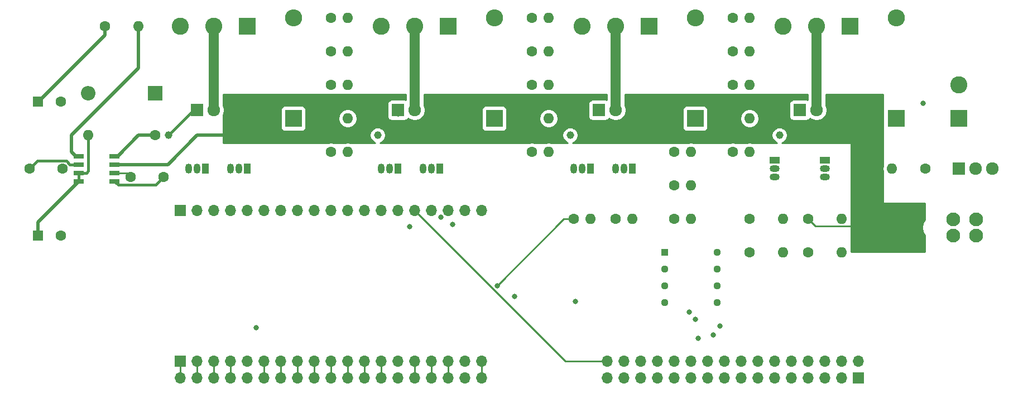
<source format=gbr>
%TF.GenerationSoftware,KiCad,Pcbnew,(5.1.9)-1*%
%TF.CreationDate,2021-10-06T19:54:41-07:00*%
%TF.ProjectId,MakeItRain,4d616b65-4974-4526-9169-6e2e6b696361,rev?*%
%TF.SameCoordinates,Original*%
%TF.FileFunction,Copper,L1,Top*%
%TF.FilePolarity,Positive*%
%FSLAX46Y46*%
G04 Gerber Fmt 4.6, Leading zero omitted, Abs format (unit mm)*
G04 Created by KiCad (PCBNEW (5.1.9)-1) date 2021-10-06 19:54:41*
%MOMM*%
%LPD*%
G01*
G04 APERTURE LIST*
%TA.AperFunction,ComponentPad*%
%ADD10C,1.150000*%
%TD*%
%TA.AperFunction,ComponentPad*%
%ADD11R,1.150000X1.150000*%
%TD*%
%TA.AperFunction,ComponentPad*%
%ADD12O,1.700000X1.700000*%
%TD*%
%TA.AperFunction,ComponentPad*%
%ADD13R,1.700000X1.700000*%
%TD*%
%TA.AperFunction,ComponentPad*%
%ADD14O,1.600000X1.600000*%
%TD*%
%TA.AperFunction,ComponentPad*%
%ADD15C,1.600000*%
%TD*%
%TA.AperFunction,ComponentPad*%
%ADD16C,2.600000*%
%TD*%
%TA.AperFunction,ComponentPad*%
%ADD17R,2.600000X2.600000*%
%TD*%
%TA.AperFunction,ComponentPad*%
%ADD18C,2.100000*%
%TD*%
%TA.AperFunction,ComponentPad*%
%ADD19C,1.920000*%
%TD*%
%TA.AperFunction,ComponentPad*%
%ADD20R,1.920000X1.920000*%
%TD*%
%TA.AperFunction,ComponentPad*%
%ADD21R,1.050000X1.500000*%
%TD*%
%TA.AperFunction,ComponentPad*%
%ADD22O,1.050000X1.500000*%
%TD*%
%TA.AperFunction,ComponentPad*%
%ADD23R,1.500000X1.050000*%
%TD*%
%TA.AperFunction,ComponentPad*%
%ADD24O,1.500000X1.050000*%
%TD*%
%TA.AperFunction,ComponentPad*%
%ADD25C,1.130000*%
%TD*%
%TA.AperFunction,ComponentPad*%
%ADD26R,1.130000X1.130000*%
%TD*%
%TA.AperFunction,SMDPad,CuDef*%
%ADD27R,1.528000X0.650000*%
%TD*%
%TA.AperFunction,ComponentPad*%
%ADD28O,2.200000X2.200000*%
%TD*%
%TA.AperFunction,ComponentPad*%
%ADD29R,2.200000X2.200000*%
%TD*%
%TA.AperFunction,ComponentPad*%
%ADD30O,2.600000X2.600000*%
%TD*%
%TA.AperFunction,ComponentPad*%
%ADD31R,1.600000X1.600000*%
%TD*%
%TA.AperFunction,ViaPad*%
%ADD32C,0.800000*%
%TD*%
%TA.AperFunction,Conductor*%
%ADD33C,0.250000*%
%TD*%
%TA.AperFunction,Conductor*%
%ADD34C,0.381000*%
%TD*%
%TA.AperFunction,Conductor*%
%ADD35C,0.508000*%
%TD*%
%TA.AperFunction,Conductor*%
%ADD36C,1.524000*%
%TD*%
%TA.AperFunction,Conductor*%
%ADD37C,0.254000*%
%TD*%
%TA.AperFunction,Conductor*%
%ADD38C,0.100000*%
%TD*%
G04 APERTURE END LIST*
D10*
%TO.P,Z8,2*%
%TO.N,Net-(Q13-Pad1)*%
X125190000Y-86360000D03*
D11*
%TO.P,Z8,1*%
%TO.N,+VDC*%
X135890000Y-86360000D03*
%TD*%
D10*
%TO.P,Z7,2*%
%TO.N,Net-(Q10-Pad1)*%
X156940000Y-86360000D03*
D11*
%TO.P,Z7,1*%
%TO.N,+VDC*%
X167640000Y-86360000D03*
%TD*%
D10*
%TO.P,Z6,2*%
%TO.N,Net-(Q7-Pad1)*%
X95980000Y-86360000D03*
D11*
%TO.P,Z6,1*%
%TO.N,+VDC*%
X106680000Y-86360000D03*
%TD*%
D10*
%TO.P,Z5,2*%
%TO.N,Net-(Q4-Pad1)*%
X64230000Y-86360000D03*
D11*
%TO.P,Z5,1*%
%TO.N,+VDC*%
X74930000Y-86360000D03*
%TD*%
D12*
%TO.P,J1,32*%
%TO.N,/D2*%
X130810000Y-120650000D03*
%TO.P,J1,31*%
%TO.N,GND*%
X130810000Y-123190000D03*
%TO.P,J1,30*%
%TO.N,/D23*%
X133350000Y-120650000D03*
%TO.P,J1,29*%
%TO.N,GND*%
X133350000Y-123190000D03*
%TO.P,J1,28*%
%TO.N,/D5*%
X135890000Y-120650000D03*
%TO.P,J1,27*%
%TO.N,GND*%
X135890000Y-123190000D03*
%TO.P,J1,26*%
%TO.N,/D15*%
X138430000Y-120650000D03*
%TO.P,J1,25*%
%TO.N,GND*%
X138430000Y-123190000D03*
%TO.P,J1,24*%
%TO.N,/D0*%
X140970000Y-120650000D03*
%TO.P,J1,23*%
%TO.N,GND*%
X140970000Y-123190000D03*
%TO.P,J1,22*%
%TO.N,/D4*%
X143510000Y-120650000D03*
%TO.P,J1,21*%
%TO.N,GND*%
X143510000Y-123190000D03*
%TO.P,J1,20*%
%TO.N,/D16*%
X146050000Y-120650000D03*
%TO.P,J1,19*%
%TO.N,GND*%
X146050000Y-123190000D03*
%TO.P,J1,18*%
%TO.N,/D18*%
X148590000Y-120650000D03*
%TO.P,J1,17*%
%TO.N,/TX*%
X148590000Y-123190000D03*
%TO.P,J1,16*%
%TO.N,/D26*%
X151130000Y-120650000D03*
%TO.P,J1,15*%
%TO.N,/RX*%
X151130000Y-123190000D03*
%TO.P,J1,14*%
%TO.N,/D19*%
X153670000Y-120650000D03*
%TO.P,J1,13*%
%TO.N,/D17*%
X153670000Y-123190000D03*
%TO.P,J1,12*%
%TO.N,/D25*%
X156210000Y-120650000D03*
%TO.P,J1,11*%
%TO.N,+VDC*%
X156210000Y-123190000D03*
%TO.P,J1,10*%
%TO.N,/D21*%
X158750000Y-120650000D03*
%TO.P,J1,9*%
%TO.N,+VDC*%
X158750000Y-123190000D03*
%TO.P,J1,8*%
%TO.N,/D33*%
X161290000Y-120650000D03*
%TO.P,J1,7*%
%TO.N,+VDC*%
X161290000Y-123190000D03*
%TO.P,J1,6*%
%TO.N,/D22*%
X163830000Y-120650000D03*
%TO.P,J1,5*%
%TO.N,+VDC*%
X163830000Y-123190000D03*
%TO.P,J1,4*%
%TO.N,/D32*%
X166370000Y-120650000D03*
%TO.P,J1,3*%
%TO.N,+VDC*%
X166370000Y-123190000D03*
%TO.P,J1,2*%
%TO.N,+3V3*%
X168910000Y-120650000D03*
D13*
%TO.P,J1,1*%
%TO.N,+VDC*%
X168910000Y-123190000D03*
%TD*%
D14*
%TO.P,R2,2*%
%TO.N,GND*%
X157480000Y-99060000D03*
D15*
%TO.P,R2,1*%
%TO.N,/D2*%
X152400000Y-99060000D03*
%TD*%
D16*
%TO.P,Z4,3*%
%TO.N,GND*%
X157480000Y-69850000D03*
%TO.P,Z4,2*%
%TO.N,/Zone4IO/ZoneOutput*%
X162560000Y-69850000D03*
D17*
%TO.P,Z4,1*%
%TO.N,/Zone4IO/ZoneInput*%
X167640000Y-69850000D03*
%TD*%
D16*
%TO.P,Z3,3*%
%TO.N,GND*%
X127000000Y-69850000D03*
%TO.P,Z3,2*%
%TO.N,/Zone3IO/ZoneOutput*%
X132080000Y-69850000D03*
D17*
%TO.P,Z3,1*%
%TO.N,/Zone3IO/ZoneInput*%
X137160000Y-69850000D03*
%TD*%
D16*
%TO.P,Z2,3*%
%TO.N,GND*%
X96520000Y-69850000D03*
%TO.P,Z2,2*%
%TO.N,/Zone2IO/ZoneOutput*%
X101600000Y-69850000D03*
D17*
%TO.P,Z2,1*%
%TO.N,/Zone2IO/ZoneInput*%
X106680000Y-69850000D03*
%TD*%
D16*
%TO.P,Z1,3*%
%TO.N,GND*%
X66040000Y-69850000D03*
%TO.P,Z1,2*%
%TO.N,/Zone1IO/ZoneOutput*%
X71120000Y-69850000D03*
D17*
%TO.P,Z1,1*%
%TO.N,/Zone1IO/ZoneInput*%
X76200000Y-69850000D03*
%TD*%
D18*
%TO.P,U1,8*%
%TO.N,+VDC*%
X173990000Y-99100000D03*
%TO.P,U1,7*%
X177490000Y-99100000D03*
%TO.P,U1,6*%
%TO.N,Net-(Q1-Pad3)*%
X183290000Y-99100000D03*
%TO.P,U1,5*%
X186790000Y-99100000D03*
%TO.P,U1,4*%
X186790000Y-101600000D03*
%TO.P,U1,3*%
X183290000Y-101600000D03*
%TO.P,U1,2*%
%TO.N,+VDC*%
X177490000Y-101600000D03*
%TO.P,U1,1*%
X173990000Y-101600000D03*
%TD*%
D14*
%TO.P,R6,2*%
%TO.N,Net-(IC2-Pad1)*%
X59690000Y-69850000D03*
D15*
%TO.P,R6,1*%
%TO.N,+VDC*%
X54610000Y-69850000D03*
%TD*%
D14*
%TO.P,R26,2*%
%TO.N,Net-(Q12-Pad3)*%
X143510000Y-93980000D03*
D15*
%TO.P,R26,1*%
%TO.N,Net-(Q13-Pad1)*%
X140970000Y-93980000D03*
%TD*%
D14*
%TO.P,R25,2*%
%TO.N,Net-(Q13-Pad1)*%
X143510000Y-88900000D03*
D15*
%TO.P,R25,1*%
%TO.N,+VDC*%
X140970000Y-88900000D03*
%TD*%
D14*
%TO.P,R24,2*%
%TO.N,GND*%
X128270000Y-99060000D03*
D15*
%TO.P,R24,1*%
%TO.N,/D12*%
X125730000Y-99060000D03*
%TD*%
D14*
%TO.P,R21,2*%
%TO.N,Net-(Q9-Pad3)*%
X152400000Y-88900000D03*
D15*
%TO.P,R21,1*%
%TO.N,Net-(Q10-Pad1)*%
X149860000Y-88900000D03*
%TD*%
D14*
%TO.P,R5,2*%
%TO.N,GND*%
X157480000Y-104140000D03*
D15*
%TO.P,R5,1*%
%TO.N,/D4*%
X152400000Y-104140000D03*
%TD*%
D14*
%TO.P,R4,2*%
%TO.N,GND*%
X166370000Y-104140000D03*
D15*
%TO.P,R4,1*%
%TO.N,Net-(IC1-Pad3)*%
X161290000Y-104140000D03*
%TD*%
D14*
%TO.P,R3,2*%
%TO.N,Net-(IC1-Pad3)*%
X166370000Y-99060000D03*
D15*
%TO.P,R3,1*%
%TO.N,+VDC*%
X161290000Y-99060000D03*
%TD*%
D14*
%TO.P,R20,2*%
%TO.N,Net-(Q10-Pad1)*%
X152400000Y-83820000D03*
D15*
%TO.P,R20,1*%
%TO.N,+VDC*%
X149860000Y-83820000D03*
%TD*%
D14*
%TO.P,R19,2*%
%TO.N,GND*%
X152400000Y-78740000D03*
D15*
%TO.P,R19,1*%
%TO.N,/P23*%
X149860000Y-78740000D03*
%TD*%
D14*
%TO.P,R16,2*%
%TO.N,Net-(Q6-Pad3)*%
X121920000Y-88900000D03*
D15*
%TO.P,R16,1*%
%TO.N,Net-(Q7-Pad1)*%
X119380000Y-88900000D03*
%TD*%
D14*
%TO.P,R15,2*%
%TO.N,Net-(Q7-Pad1)*%
X121920000Y-83820000D03*
D15*
%TO.P,R15,1*%
%TO.N,+VDC*%
X119380000Y-83820000D03*
%TD*%
D14*
%TO.P,R18,2*%
%TO.N,GND*%
X152400000Y-73660000D03*
D15*
%TO.P,R18,1*%
%TO.N,/D35*%
X149860000Y-73660000D03*
%TD*%
D14*
%TO.P,R14,2*%
%TO.N,GND*%
X121920000Y-78740000D03*
D15*
%TO.P,R14,1*%
%TO.N,/D14*%
X119380000Y-78740000D03*
%TD*%
D14*
%TO.P,R17,2*%
%TO.N,GND*%
X152400000Y-68580000D03*
D15*
%TO.P,R17,1*%
%TO.N,/Zone4IO/ZoneInput*%
X149860000Y-68580000D03*
%TD*%
D14*
%TO.P,R23,2*%
%TO.N,GND*%
X134620000Y-99060000D03*
D15*
%TO.P,R23,1*%
%TO.N,/D34*%
X132080000Y-99060000D03*
%TD*%
D14*
%TO.P,R11,2*%
%TO.N,Net-(Q3-Pad3)*%
X91440000Y-88900000D03*
D15*
%TO.P,R11,1*%
%TO.N,Net-(Q4-Pad1)*%
X88900000Y-88900000D03*
%TD*%
D14*
%TO.P,R22,2*%
%TO.N,GND*%
X143510000Y-99060000D03*
D15*
%TO.P,R22,1*%
%TO.N,/Zone3IO/ZoneInput*%
X140970000Y-99060000D03*
%TD*%
D14*
%TO.P,R13,2*%
%TO.N,GND*%
X121920000Y-73660000D03*
D15*
%TO.P,R13,1*%
%TO.N,/SVN*%
X119380000Y-73660000D03*
%TD*%
D14*
%TO.P,R10,2*%
%TO.N,Net-(Q4-Pad1)*%
X91440000Y-83820000D03*
D15*
%TO.P,R10,1*%
%TO.N,+VDC*%
X88900000Y-83820000D03*
%TD*%
D14*
%TO.P,R12,2*%
%TO.N,GND*%
X121920000Y-68580000D03*
D15*
%TO.P,R12,1*%
%TO.N,/Zone2IO/ZoneInput*%
X119380000Y-68580000D03*
%TD*%
D14*
%TO.P,R8,2*%
%TO.N,GND*%
X91440000Y-73660000D03*
D15*
%TO.P,R8,1*%
%TO.N,/SVP*%
X88900000Y-73660000D03*
%TD*%
D14*
%TO.P,R9,2*%
%TO.N,GND*%
X91440000Y-78740000D03*
D15*
%TO.P,R9,1*%
%TO.N,/D27*%
X88900000Y-78740000D03*
%TD*%
D14*
%TO.P,R7,2*%
%TO.N,GND*%
X91440000Y-68580000D03*
D15*
%TO.P,R7,1*%
%TO.N,/Zone1IO/ZoneInput*%
X88900000Y-68580000D03*
%TD*%
D14*
%TO.P,R1,2*%
%TO.N,GND*%
X173990000Y-91440000D03*
D15*
%TO.P,R1,1*%
%TO.N,Net-(Q1-Pad1)*%
X179070000Y-91440000D03*
%TD*%
D19*
%TO.P,Q13,3*%
%TO.N,+VDC*%
X134620000Y-82550000D03*
%TO.P,Q13,2*%
%TO.N,/Zone3IO/ZoneOutput*%
X132080000Y-82550000D03*
D20*
%TO.P,Q13,1*%
%TO.N,Net-(Q13-Pad1)*%
X129540000Y-82550000D03*
%TD*%
D21*
%TO.P,Q12,1*%
%TO.N,GND*%
X128270000Y-91440000D03*
D22*
%TO.P,Q12,3*%
%TO.N,Net-(Q12-Pad3)*%
X125730000Y-91440000D03*
%TO.P,Q12,2*%
%TO.N,/D12*%
X127000000Y-91440000D03*
%TD*%
D19*
%TO.P,Q10,3*%
%TO.N,+VDC*%
X165100000Y-82550000D03*
%TO.P,Q10,2*%
%TO.N,/Zone4IO/ZoneOutput*%
X162560000Y-82550000D03*
D20*
%TO.P,Q10,1*%
%TO.N,Net-(Q10-Pad1)*%
X160020000Y-82550000D03*
%TD*%
D23*
%TO.P,Q9,1*%
%TO.N,GND*%
X156210000Y-90170000D03*
D24*
%TO.P,Q9,3*%
%TO.N,Net-(Q9-Pad3)*%
X156210000Y-92710000D03*
%TO.P,Q9,2*%
%TO.N,/P23*%
X156210000Y-91440000D03*
%TD*%
D23*
%TO.P,Q8,1*%
%TO.N,/D35*%
X163830000Y-90170000D03*
D24*
%TO.P,Q8,3*%
%TO.N,+3V3*%
X163830000Y-92710000D03*
%TO.P,Q8,2*%
%TO.N,/Zone4IO/ZoneInput*%
X163830000Y-91440000D03*
%TD*%
D19*
%TO.P,Q7,3*%
%TO.N,+VDC*%
X104140000Y-82550000D03*
%TO.P,Q7,2*%
%TO.N,/Zone2IO/ZoneOutput*%
X101600000Y-82550000D03*
D20*
%TO.P,Q7,1*%
%TO.N,Net-(Q7-Pad1)*%
X99060000Y-82550000D03*
%TD*%
D21*
%TO.P,Q11,1*%
%TO.N,/D34*%
X134620000Y-91440000D03*
D22*
%TO.P,Q11,3*%
%TO.N,+3V3*%
X132080000Y-91440000D03*
%TO.P,Q11,2*%
%TO.N,/Zone3IO/ZoneInput*%
X133350000Y-91440000D03*
%TD*%
D21*
%TO.P,Q6,1*%
%TO.N,GND*%
X105410000Y-91440000D03*
D22*
%TO.P,Q6,3*%
%TO.N,Net-(Q6-Pad3)*%
X102870000Y-91440000D03*
%TO.P,Q6,2*%
%TO.N,/D14*%
X104140000Y-91440000D03*
%TD*%
D21*
%TO.P,Q5,1*%
%TO.N,/SVN*%
X99060000Y-91440000D03*
D22*
%TO.P,Q5,3*%
%TO.N,+3V3*%
X96520000Y-91440000D03*
%TO.P,Q5,2*%
%TO.N,/Zone2IO/ZoneInput*%
X97790000Y-91440000D03*
%TD*%
D19*
%TO.P,Q4,3*%
%TO.N,+VDC*%
X73660000Y-82550000D03*
%TO.P,Q4,2*%
%TO.N,/Zone1IO/ZoneOutput*%
X71120000Y-82550000D03*
D20*
%TO.P,Q4,1*%
%TO.N,Net-(Q4-Pad1)*%
X68580000Y-82550000D03*
%TD*%
D21*
%TO.P,Q2,1*%
%TO.N,/SVP*%
X69850000Y-91440000D03*
D22*
%TO.P,Q2,3*%
%TO.N,+3V3*%
X67310000Y-91440000D03*
%TO.P,Q2,2*%
%TO.N,/Zone1IO/ZoneInput*%
X68580000Y-91440000D03*
%TD*%
D21*
%TO.P,Q3,1*%
%TO.N,GND*%
X76200000Y-91440000D03*
D22*
%TO.P,Q3,3*%
%TO.N,Net-(Q3-Pad3)*%
X73660000Y-91440000D03*
%TO.P,Q3,2*%
%TO.N,/D27*%
X74930000Y-91440000D03*
%TD*%
D19*
%TO.P,Q1,3*%
%TO.N,Net-(Q1-Pad3)*%
X189230000Y-91440000D03*
%TO.P,Q1,2*%
%TO.N,Net-(P1-Pad1)*%
X186690000Y-91440000D03*
D20*
%TO.P,Q1,1*%
%TO.N,Net-(Q1-Pad1)*%
X184150000Y-91440000D03*
%TD*%
D16*
%TO.P,P1,2*%
%TO.N,GND*%
X184150000Y-78740000D03*
D17*
%TO.P,P1,1*%
%TO.N,Net-(P1-Pad1)*%
X184150000Y-83820000D03*
%TD*%
D14*
%TO.P,L1,2*%
%TO.N,+5V*%
X52070000Y-86360000D03*
D15*
%TO.P,L1,1*%
%TO.N,Net-(D1-Pad1)*%
X62230000Y-86360000D03*
%TD*%
D12*
%TO.P,J3,19*%
%TO.N,N/C*%
X111760000Y-97790000D03*
%TO.P,J3,18*%
X109220000Y-97790000D03*
%TO.P,J3,17*%
X106680000Y-97790000D03*
%TO.P,J3,16*%
%TO.N,/D15*%
X104140000Y-97790000D03*
%TO.P,J3,15*%
%TO.N,/D2*%
X101600000Y-97790000D03*
%TO.P,J3,14*%
%TO.N,/D0*%
X99060000Y-97790000D03*
%TO.P,J3,13*%
%TO.N,/D4*%
X96520000Y-97790000D03*
%TO.P,J3,12*%
%TO.N,/D16*%
X93980000Y-97790000D03*
%TO.P,J3,11*%
%TO.N,/D17*%
X91440000Y-97790000D03*
%TO.P,J3,10*%
%TO.N,/D5*%
X88900000Y-97790000D03*
%TO.P,J3,9*%
%TO.N,/D18*%
X86360000Y-97790000D03*
%TO.P,J3,8*%
%TO.N,/D19*%
X83820000Y-97790000D03*
%TO.P,J3,7*%
%TO.N,GND*%
X81280000Y-97790000D03*
%TO.P,J3,6*%
%TO.N,/D21*%
X78740000Y-97790000D03*
%TO.P,J3,5*%
%TO.N,/RX*%
X76200000Y-97790000D03*
%TO.P,J3,4*%
%TO.N,/TX*%
X73660000Y-97790000D03*
%TO.P,J3,3*%
%TO.N,/D22*%
X71120000Y-97790000D03*
%TO.P,J3,2*%
%TO.N,/D23*%
X68580000Y-97790000D03*
D13*
%TO.P,J3,1*%
%TO.N,GND*%
X66040000Y-97790000D03*
%TD*%
D12*
%TO.P,J2,38*%
%TO.N,+5V*%
X111760000Y-123190000D03*
%TO.P,J2,37*%
X111760000Y-120650000D03*
%TO.P,J2,36*%
%TO.N,GND*%
X109220000Y-123190000D03*
%TO.P,J2,35*%
X109220000Y-120650000D03*
%TO.P,J2,34*%
%TO.N,/SD3*%
X106680000Y-123190000D03*
%TO.P,J2,33*%
X106680000Y-120650000D03*
%TO.P,J2,32*%
%TO.N,/SD2*%
X104140000Y-123190000D03*
%TO.P,J2,31*%
X104140000Y-120650000D03*
%TO.P,J2,30*%
%TO.N,/D13*%
X101600000Y-123190000D03*
%TO.P,J2,29*%
X101600000Y-120650000D03*
%TO.P,J2,28*%
%TO.N,GND*%
X99060000Y-123190000D03*
%TO.P,J2,27*%
X99060000Y-120650000D03*
%TO.P,J2,26*%
%TO.N,/D12*%
X96520000Y-123190000D03*
%TO.P,J2,25*%
X96520000Y-120650000D03*
%TO.P,J2,24*%
%TO.N,/D14*%
X93980000Y-123190000D03*
%TO.P,J2,23*%
X93980000Y-120650000D03*
%TO.P,J2,22*%
%TO.N,/D27*%
X91440000Y-123190000D03*
%TO.P,J2,21*%
X91440000Y-120650000D03*
%TO.P,J2,20*%
%TO.N,/D26*%
X88900000Y-123190000D03*
%TO.P,J2,19*%
X88900000Y-120650000D03*
%TO.P,J2,18*%
%TO.N,/D25*%
X86360000Y-123190000D03*
%TO.P,J2,17*%
X86360000Y-120650000D03*
%TO.P,J2,16*%
%TO.N,/D33*%
X83820000Y-123190000D03*
%TO.P,J2,15*%
X83820000Y-120650000D03*
%TO.P,J2,14*%
%TO.N,/D32*%
X81280000Y-123190000D03*
%TO.P,J2,13*%
X81280000Y-120650000D03*
%TO.P,J2,12*%
%TO.N,/D35*%
X78740000Y-123190000D03*
%TO.P,J2,11*%
X78740000Y-120650000D03*
%TO.P,J2,10*%
%TO.N,/D34*%
X76200000Y-123190000D03*
%TO.P,J2,9*%
X76200000Y-120650000D03*
%TO.P,J2,8*%
%TO.N,/SVN*%
X73660000Y-123190000D03*
%TO.P,J2,7*%
X73660000Y-120650000D03*
%TO.P,J2,6*%
%TO.N,/SVP*%
X71120000Y-123190000D03*
%TO.P,J2,5*%
X71120000Y-120650000D03*
%TO.P,J2,4*%
%TO.N,/EN*%
X68580000Y-123190000D03*
%TO.P,J2,3*%
X68580000Y-120650000D03*
%TO.P,J2,2*%
%TO.N,+3V3*%
X66040000Y-123190000D03*
D13*
%TO.P,J2,1*%
X66040000Y-120650000D03*
%TD*%
D25*
%TO.P,IC1,8*%
%TO.N,+3V3*%
X147480000Y-104140000D03*
%TO.P,IC1,7*%
%TO.N,N/C*%
X147480000Y-106680000D03*
%TO.P,IC1,6*%
X147480000Y-109220000D03*
%TO.P,IC1,5*%
X147480000Y-111760000D03*
%TO.P,IC1,4*%
%TO.N,GND*%
X139540000Y-111760000D03*
%TO.P,IC1,3*%
%TO.N,Net-(IC1-Pad3)*%
X139540000Y-109220000D03*
%TO.P,IC1,2*%
%TO.N,/D4*%
X139540000Y-106680000D03*
D26*
%TO.P,IC1,1*%
X139540000Y-104140000D03*
%TD*%
D27*
%TO.P,IC2,8*%
%TO.N,Net-(D1-Pad1)*%
X56051000Y-89535000D03*
%TO.P,IC2,7*%
%TO.N,+VDC*%
X56051000Y-90805000D03*
%TO.P,IC2,6*%
%TO.N,GND*%
X56051000Y-92075000D03*
%TO.P,IC2,5*%
%TO.N,Net-(C2-Pad1)*%
X56051000Y-93345000D03*
%TO.P,IC2,4*%
%TO.N,+5V*%
X50629000Y-93345000D03*
%TO.P,IC2,3*%
X50629000Y-92075000D03*
%TO.P,IC2,2*%
%TO.N,Net-(C1-Pad1)*%
X50629000Y-90805000D03*
%TO.P,IC2,1*%
%TO.N,Net-(IC2-Pad1)*%
X50629000Y-89535000D03*
%TD*%
D28*
%TO.P,D1,2*%
%TO.N,GND*%
X52070000Y-80010000D03*
D29*
%TO.P,D1,1*%
%TO.N,Net-(D1-Pad1)*%
X62230000Y-80010000D03*
%TD*%
D30*
%TO.P,D9,2*%
%TO.N,GND*%
X144145000Y-68580000D03*
D17*
%TO.P,D9,1*%
%TO.N,/Zone3IO/ZoneOutput*%
X144145000Y-83820000D03*
%TD*%
D30*
%TO.P,D7,2*%
%TO.N,GND*%
X174625000Y-68580000D03*
D17*
%TO.P,D7,1*%
%TO.N,/Zone4IO/ZoneOutput*%
X174625000Y-83820000D03*
%TD*%
D30*
%TO.P,D5,2*%
%TO.N,GND*%
X113665000Y-68580000D03*
D17*
%TO.P,D5,1*%
%TO.N,/Zone2IO/ZoneOutput*%
X113665000Y-83820000D03*
%TD*%
D30*
%TO.P,D3,2*%
%TO.N,GND*%
X83185000Y-68580000D03*
D17*
%TO.P,D3,1*%
%TO.N,/Zone1IO/ZoneOutput*%
X83185000Y-83820000D03*
%TD*%
D15*
%TO.P,C4,2*%
%TO.N,GND*%
X47950000Y-101600000D03*
D31*
%TO.P,C4,1*%
%TO.N,+5V*%
X44450000Y-101600000D03*
%TD*%
D15*
%TO.P,C3,2*%
%TO.N,GND*%
X47950000Y-81280000D03*
D31*
%TO.P,C3,1*%
%TO.N,+VDC*%
X44450000Y-81280000D03*
%TD*%
D15*
%TO.P,C2,2*%
%TO.N,GND*%
X58500000Y-92710000D03*
%TO.P,C2,1*%
%TO.N,Net-(C2-Pad1)*%
X63500000Y-92710000D03*
%TD*%
%TO.P,C1,2*%
%TO.N,GND*%
X48180000Y-91440000D03*
%TO.P,C1,1*%
%TO.N,Net-(C1-Pad1)*%
X43180000Y-91440000D03*
%TD*%
D32*
%TO.N,GND*%
X178694800Y-81533500D03*
X105611900Y-98815200D03*
%TO.N,/D12*%
X114087400Y-109174400D03*
%TO.N,/D27*%
X77506800Y-115576300D03*
%TO.N,/D34*%
X100796500Y-100205700D03*
%TO.N,/RX*%
X146898100Y-116686200D03*
%TO.N,/TX*%
X144618200Y-117131900D03*
%TO.N,/D18*%
X144149500Y-114297400D03*
%TO.N,/D19*%
X147867800Y-115280800D03*
%TO.N,/D0*%
X107348100Y-99852900D03*
%TO.N,/D16*%
X143263800Y-113182100D03*
%TO.N,/D17*%
X116787600Y-110829800D03*
%TO.N,/D5*%
X125934900Y-111555100D03*
%TD*%
D33*
%TO.N,GND*%
X58500000Y-92710000D02*
X57865000Y-92075000D01*
X57865000Y-92075000D02*
X56051000Y-92075000D01*
D34*
%TO.N,Net-(C1-Pad1)*%
X50629000Y-90805000D02*
X49306900Y-90805000D01*
X49306900Y-90805000D02*
X48751400Y-90249500D01*
X48751400Y-90249500D02*
X44370500Y-90249500D01*
X44370500Y-90249500D02*
X43180000Y-91440000D01*
%TO.N,Net-(C2-Pad1)*%
X56051000Y-93345000D02*
X56606500Y-93900500D01*
X56606500Y-93900500D02*
X62309500Y-93900500D01*
X62309500Y-93900500D02*
X63500000Y-92710000D01*
D35*
%TO.N,+VDC*%
X54610000Y-69850000D02*
X54610000Y-71197800D01*
X54610000Y-71197800D02*
X44527800Y-81280000D01*
X44527800Y-81280000D02*
X44450000Y-81280000D01*
X68580000Y-86360000D02*
X64135000Y-90805000D01*
X74930000Y-86360000D02*
X68580000Y-86360000D01*
X56051000Y-90805000D02*
X64135000Y-90805000D01*
D36*
X165100000Y-82550000D02*
X165100000Y-83820000D01*
D33*
X172904999Y-100185001D02*
X173990000Y-99100000D01*
X162415001Y-100185001D02*
X172904999Y-100185001D01*
X161290000Y-99060000D02*
X162415001Y-100185001D01*
%TO.N,+5V*%
X111760000Y-120650000D02*
X111760000Y-123190000D01*
D35*
X44450000Y-101600000D02*
X44450000Y-99524000D01*
X44450000Y-99524000D02*
X50629000Y-93345000D01*
D34*
X50629000Y-92075000D02*
X51774000Y-92075000D01*
X51774000Y-92075000D02*
X52070000Y-91779000D01*
X52070000Y-91779000D02*
X52070000Y-86360000D01*
X50629000Y-92075000D02*
X50629000Y-93345000D01*
D36*
%TO.N,/Zone1IO/ZoneOutput*%
X71120000Y-82550000D02*
X71120000Y-69850000D01*
%TO.N,/Zone2IO/ZoneOutput*%
X101600000Y-82550000D02*
X101600000Y-69850000D01*
%TO.N,/Zone4IO/ZoneOutput*%
X162560000Y-82550000D02*
X162560000Y-69850000D01*
%TO.N,/Zone3IO/ZoneOutput*%
X132080000Y-82550000D02*
X132080000Y-69850000D01*
D33*
%TO.N,+3V3*%
X66040000Y-120650000D02*
X66040000Y-123190000D01*
%TO.N,/SD3*%
X106680000Y-120650000D02*
X106680000Y-123190000D01*
%TO.N,/SD2*%
X104140000Y-120650000D02*
X104140000Y-123190000D01*
%TO.N,/D13*%
X101600000Y-120650000D02*
X101600000Y-123190000D01*
%TO.N,/D12*%
X125730000Y-99060000D02*
X124201800Y-99060000D01*
X124201800Y-99060000D02*
X114087400Y-109174400D01*
X96520000Y-120650000D02*
X96520000Y-123190000D01*
%TO.N,/D14*%
X93980000Y-120650000D02*
X93980000Y-123190000D01*
%TO.N,/D27*%
X91440000Y-120650000D02*
X91440000Y-123190000D01*
%TO.N,/D26*%
X88900000Y-120650000D02*
X88900000Y-123190000D01*
%TO.N,/D25*%
X86360000Y-120650000D02*
X86360000Y-123190000D01*
%TO.N,/D33*%
X83820000Y-120650000D02*
X83820000Y-123190000D01*
%TO.N,/D32*%
X81280000Y-120650000D02*
X81280000Y-123190000D01*
%TO.N,/D35*%
X78740000Y-120650000D02*
X78740000Y-123190000D01*
%TO.N,/SVN*%
X73660000Y-120650000D02*
X73660000Y-123190000D01*
%TO.N,/SVP*%
X71120000Y-120650000D02*
X71120000Y-123190000D01*
%TO.N,/EN*%
X68580000Y-120650000D02*
X68580000Y-123190000D01*
D35*
%TO.N,Net-(D1-Pad1)*%
X56051000Y-89535000D02*
X56515000Y-89535000D01*
X56515000Y-89535000D02*
X59690000Y-86360000D01*
X59690000Y-86360000D02*
X62230000Y-86360000D01*
%TO.N,Net-(IC2-Pad1)*%
X50629000Y-89535000D02*
X50165000Y-89535000D01*
X50165000Y-89535000D02*
X49530000Y-88900000D01*
X49530000Y-88900000D02*
X49530000Y-86360000D01*
X49530000Y-86360000D02*
X59690000Y-76200000D01*
X59690000Y-76200000D02*
X59690000Y-69850000D01*
D34*
%TO.N,Net-(Q4-Pad1)*%
X68580000Y-82550000D02*
X68040000Y-82550000D01*
X68040000Y-82550000D02*
X64230000Y-86360000D01*
%TO.N,Net-(Q7-Pad1)*%
X99060000Y-83280000D02*
X99060000Y-82550000D01*
%TO.N,Net-(Q13-Pad1)*%
X129000000Y-82550000D02*
X129540000Y-82550000D01*
D33*
%TO.N,/D2*%
X124460000Y-120650000D02*
X130810000Y-120650000D01*
X101600000Y-97790000D02*
X124460000Y-120650000D01*
%TD*%
D37*
%TO.N,+VDC*%
X88758665Y-80175000D02*
X89041335Y-80175000D01*
X89232371Y-80137000D01*
X91107629Y-80137000D01*
X91298665Y-80175000D01*
X91581335Y-80175000D01*
X91772371Y-80137000D01*
X100203000Y-80137000D01*
X100203000Y-80981939D01*
X100144482Y-80964188D01*
X100020000Y-80951928D01*
X98100000Y-80951928D01*
X97975518Y-80964188D01*
X97855820Y-81000498D01*
X97745506Y-81059463D01*
X97648815Y-81138815D01*
X97569463Y-81235506D01*
X97510498Y-81345820D01*
X97474188Y-81465518D01*
X97461928Y-81590000D01*
X97461928Y-83510000D01*
X97474188Y-83634482D01*
X97510498Y-83754180D01*
X97569463Y-83864494D01*
X97648815Y-83961185D01*
X97745506Y-84040537D01*
X97855820Y-84099502D01*
X97975518Y-84135812D01*
X98100000Y-84148072D01*
X100020000Y-84148072D01*
X100144482Y-84135812D01*
X100264180Y-84099502D01*
X100374494Y-84040537D01*
X100471185Y-83961185D01*
X100550537Y-83864494D01*
X100588911Y-83792703D01*
X100844484Y-83963471D01*
X101134756Y-84083706D01*
X101442906Y-84145000D01*
X101757094Y-84145000D01*
X102065244Y-84083706D01*
X102355516Y-83963471D01*
X102616754Y-83788918D01*
X102838918Y-83566754D01*
X103013471Y-83305516D01*
X103133706Y-83015244D01*
X103195000Y-82707094D01*
X103195000Y-82520000D01*
X111726928Y-82520000D01*
X111726928Y-85120000D01*
X111739188Y-85244482D01*
X111775498Y-85364180D01*
X111834463Y-85474494D01*
X111913815Y-85571185D01*
X112010506Y-85650537D01*
X112120820Y-85709502D01*
X112240518Y-85745812D01*
X112365000Y-85758072D01*
X114965000Y-85758072D01*
X115089482Y-85745812D01*
X115209180Y-85709502D01*
X115319494Y-85650537D01*
X115416185Y-85571185D01*
X115495537Y-85474494D01*
X115554502Y-85364180D01*
X115590812Y-85244482D01*
X115603072Y-85120000D01*
X115603072Y-83678665D01*
X120485000Y-83678665D01*
X120485000Y-83961335D01*
X120540147Y-84238574D01*
X120648320Y-84499727D01*
X120805363Y-84734759D01*
X121005241Y-84934637D01*
X121240273Y-85091680D01*
X121501426Y-85199853D01*
X121778665Y-85255000D01*
X122061335Y-85255000D01*
X122338574Y-85199853D01*
X122599727Y-85091680D01*
X122834759Y-84934637D01*
X123034637Y-84734759D01*
X123191680Y-84499727D01*
X123299853Y-84238574D01*
X123355000Y-83961335D01*
X123355000Y-83678665D01*
X123299853Y-83401426D01*
X123191680Y-83140273D01*
X123034637Y-82905241D01*
X122834759Y-82705363D01*
X122599727Y-82548320D01*
X122338574Y-82440147D01*
X122061335Y-82385000D01*
X121778665Y-82385000D01*
X121501426Y-82440147D01*
X121240273Y-82548320D01*
X121005241Y-82705363D01*
X120805363Y-82905241D01*
X120648320Y-83140273D01*
X120540147Y-83401426D01*
X120485000Y-83678665D01*
X115603072Y-83678665D01*
X115603072Y-82520000D01*
X115590812Y-82395518D01*
X115554502Y-82275820D01*
X115495537Y-82165506D01*
X115416185Y-82068815D01*
X115319494Y-81989463D01*
X115209180Y-81930498D01*
X115089482Y-81894188D01*
X114965000Y-81881928D01*
X112365000Y-81881928D01*
X112240518Y-81894188D01*
X112120820Y-81930498D01*
X112010506Y-81989463D01*
X111913815Y-82068815D01*
X111834463Y-82165506D01*
X111775498Y-82275820D01*
X111739188Y-82395518D01*
X111726928Y-82520000D01*
X103195000Y-82520000D01*
X103195000Y-82392906D01*
X103133706Y-82084756D01*
X103013471Y-81794484D01*
X102997000Y-81769833D01*
X102997000Y-80137000D01*
X119047629Y-80137000D01*
X119238665Y-80175000D01*
X119521335Y-80175000D01*
X119712371Y-80137000D01*
X121587629Y-80137000D01*
X121778665Y-80175000D01*
X122061335Y-80175000D01*
X122252371Y-80137000D01*
X130683000Y-80137000D01*
X130683000Y-80981939D01*
X130624482Y-80964188D01*
X130500000Y-80951928D01*
X128580000Y-80951928D01*
X128455518Y-80964188D01*
X128335820Y-81000498D01*
X128225506Y-81059463D01*
X128128815Y-81138815D01*
X128049463Y-81235506D01*
X127990498Y-81345820D01*
X127954188Y-81465518D01*
X127941928Y-81590000D01*
X127941928Y-83510000D01*
X127954188Y-83634482D01*
X127990498Y-83754180D01*
X128049463Y-83864494D01*
X128128815Y-83961185D01*
X128225506Y-84040537D01*
X128335820Y-84099502D01*
X128455518Y-84135812D01*
X128580000Y-84148072D01*
X130500000Y-84148072D01*
X130624482Y-84135812D01*
X130744180Y-84099502D01*
X130854494Y-84040537D01*
X130951185Y-83961185D01*
X131030537Y-83864494D01*
X131068911Y-83792703D01*
X131324484Y-83963471D01*
X131614756Y-84083706D01*
X131922906Y-84145000D01*
X132237094Y-84145000D01*
X132545244Y-84083706D01*
X132835516Y-83963471D01*
X133096754Y-83788918D01*
X133318918Y-83566754D01*
X133493471Y-83305516D01*
X133613706Y-83015244D01*
X133675000Y-82707094D01*
X133675000Y-82520000D01*
X142206928Y-82520000D01*
X142206928Y-85120000D01*
X142219188Y-85244482D01*
X142255498Y-85364180D01*
X142314463Y-85474494D01*
X142393815Y-85571185D01*
X142490506Y-85650537D01*
X142600820Y-85709502D01*
X142720518Y-85745812D01*
X142845000Y-85758072D01*
X145445000Y-85758072D01*
X145569482Y-85745812D01*
X145689180Y-85709502D01*
X145799494Y-85650537D01*
X145896185Y-85571185D01*
X145975537Y-85474494D01*
X146034502Y-85364180D01*
X146070812Y-85244482D01*
X146083072Y-85120000D01*
X146083072Y-83678665D01*
X150965000Y-83678665D01*
X150965000Y-83961335D01*
X151020147Y-84238574D01*
X151128320Y-84499727D01*
X151285363Y-84734759D01*
X151485241Y-84934637D01*
X151720273Y-85091680D01*
X151981426Y-85199853D01*
X152258665Y-85255000D01*
X152541335Y-85255000D01*
X152818574Y-85199853D01*
X153079727Y-85091680D01*
X153314759Y-84934637D01*
X153514637Y-84734759D01*
X153671680Y-84499727D01*
X153779853Y-84238574D01*
X153835000Y-83961335D01*
X153835000Y-83678665D01*
X153779853Y-83401426D01*
X153671680Y-83140273D01*
X153514637Y-82905241D01*
X153314759Y-82705363D01*
X153079727Y-82548320D01*
X152818574Y-82440147D01*
X152541335Y-82385000D01*
X152258665Y-82385000D01*
X151981426Y-82440147D01*
X151720273Y-82548320D01*
X151485241Y-82705363D01*
X151285363Y-82905241D01*
X151128320Y-83140273D01*
X151020147Y-83401426D01*
X150965000Y-83678665D01*
X146083072Y-83678665D01*
X146083072Y-82520000D01*
X146070812Y-82395518D01*
X146034502Y-82275820D01*
X145975537Y-82165506D01*
X145896185Y-82068815D01*
X145799494Y-81989463D01*
X145689180Y-81930498D01*
X145569482Y-81894188D01*
X145445000Y-81881928D01*
X142845000Y-81881928D01*
X142720518Y-81894188D01*
X142600820Y-81930498D01*
X142490506Y-81989463D01*
X142393815Y-82068815D01*
X142314463Y-82165506D01*
X142255498Y-82275820D01*
X142219188Y-82395518D01*
X142206928Y-82520000D01*
X133675000Y-82520000D01*
X133675000Y-82392906D01*
X133613706Y-82084756D01*
X133493471Y-81794484D01*
X133477000Y-81769833D01*
X133477000Y-80137000D01*
X149527629Y-80137000D01*
X149718665Y-80175000D01*
X150001335Y-80175000D01*
X150192371Y-80137000D01*
X152067629Y-80137000D01*
X152258665Y-80175000D01*
X152541335Y-80175000D01*
X152732371Y-80137000D01*
X161163000Y-80137000D01*
X161163000Y-80981939D01*
X161104482Y-80964188D01*
X160980000Y-80951928D01*
X159060000Y-80951928D01*
X158935518Y-80964188D01*
X158815820Y-81000498D01*
X158705506Y-81059463D01*
X158608815Y-81138815D01*
X158529463Y-81235506D01*
X158470498Y-81345820D01*
X158434188Y-81465518D01*
X158421928Y-81590000D01*
X158421928Y-83510000D01*
X158434188Y-83634482D01*
X158470498Y-83754180D01*
X158529463Y-83864494D01*
X158608815Y-83961185D01*
X158705506Y-84040537D01*
X158815820Y-84099502D01*
X158935518Y-84135812D01*
X159060000Y-84148072D01*
X160980000Y-84148072D01*
X161104482Y-84135812D01*
X161224180Y-84099502D01*
X161334494Y-84040537D01*
X161431185Y-83961185D01*
X161510537Y-83864494D01*
X161548911Y-83792703D01*
X161804484Y-83963471D01*
X162094756Y-84083706D01*
X162402906Y-84145000D01*
X162717094Y-84145000D01*
X163025244Y-84083706D01*
X163315516Y-83963471D01*
X163576754Y-83788918D01*
X163798918Y-83566754D01*
X163973471Y-83305516D01*
X164093706Y-83015244D01*
X164155000Y-82707094D01*
X164155000Y-82392906D01*
X164093706Y-82084756D01*
X163973471Y-81794484D01*
X163957000Y-81769833D01*
X163957000Y-80137000D01*
X172593000Y-80137000D01*
X172593000Y-91107629D01*
X172555000Y-91298665D01*
X172555000Y-91581335D01*
X172593000Y-91772371D01*
X172593000Y-96520000D01*
X172595440Y-96544776D01*
X172602667Y-96568601D01*
X172614403Y-96590557D01*
X172630197Y-96609803D01*
X172649443Y-96625597D01*
X172671399Y-96637333D01*
X172695224Y-96644560D01*
X172720000Y-96647000D01*
X178943000Y-96647000D01*
X178943000Y-99212675D01*
X178763844Y-99480801D01*
X178625518Y-99814750D01*
X178555000Y-100169268D01*
X178555000Y-100530732D01*
X178625518Y-100885250D01*
X178763844Y-101219199D01*
X178943000Y-101487325D01*
X178943000Y-104013000D01*
X167805000Y-104013000D01*
X167805000Y-103998665D01*
X167767000Y-103807629D01*
X167767000Y-99392371D01*
X167805000Y-99201335D01*
X167805000Y-98918665D01*
X167767000Y-98727629D01*
X167767000Y-87630000D01*
X167764560Y-87605224D01*
X167757333Y-87581399D01*
X167745597Y-87559443D01*
X167729803Y-87540197D01*
X167710557Y-87524403D01*
X167688601Y-87512667D01*
X167664776Y-87505440D01*
X167640000Y-87503000D01*
X157342437Y-87503000D01*
X157513150Y-87432288D01*
X157711330Y-87299869D01*
X157879869Y-87131330D01*
X158012288Y-86933150D01*
X158103501Y-86712944D01*
X158150000Y-86479175D01*
X158150000Y-86240825D01*
X158103501Y-86007056D01*
X158012288Y-85786850D01*
X157879869Y-85588670D01*
X157711330Y-85420131D01*
X157513150Y-85287712D01*
X157292944Y-85196499D01*
X157059175Y-85150000D01*
X156820825Y-85150000D01*
X156587056Y-85196499D01*
X156366850Y-85287712D01*
X156168670Y-85420131D01*
X156000131Y-85588670D01*
X155867712Y-85786850D01*
X155776499Y-86007056D01*
X155730000Y-86240825D01*
X155730000Y-86479175D01*
X155776499Y-86712944D01*
X155867712Y-86933150D01*
X156000131Y-87131330D01*
X156168670Y-87299869D01*
X156366850Y-87432288D01*
X156537563Y-87503000D01*
X152732371Y-87503000D01*
X152541335Y-87465000D01*
X152258665Y-87465000D01*
X152067629Y-87503000D01*
X150192371Y-87503000D01*
X150001335Y-87465000D01*
X149718665Y-87465000D01*
X149527629Y-87503000D01*
X143842371Y-87503000D01*
X143651335Y-87465000D01*
X143368665Y-87465000D01*
X143177629Y-87503000D01*
X125592437Y-87503000D01*
X125763150Y-87432288D01*
X125961330Y-87299869D01*
X126129869Y-87131330D01*
X126262288Y-86933150D01*
X126353501Y-86712944D01*
X126400000Y-86479175D01*
X126400000Y-86240825D01*
X126353501Y-86007056D01*
X126262288Y-85786850D01*
X126129869Y-85588670D01*
X125961330Y-85420131D01*
X125763150Y-85287712D01*
X125542944Y-85196499D01*
X125309175Y-85150000D01*
X125070825Y-85150000D01*
X124837056Y-85196499D01*
X124616850Y-85287712D01*
X124418670Y-85420131D01*
X124250131Y-85588670D01*
X124117712Y-85786850D01*
X124026499Y-86007056D01*
X123980000Y-86240825D01*
X123980000Y-86479175D01*
X124026499Y-86712944D01*
X124117712Y-86933150D01*
X124250131Y-87131330D01*
X124418670Y-87299869D01*
X124616850Y-87432288D01*
X124787563Y-87503000D01*
X122252371Y-87503000D01*
X122061335Y-87465000D01*
X121778665Y-87465000D01*
X121587629Y-87503000D01*
X119712371Y-87503000D01*
X119521335Y-87465000D01*
X119238665Y-87465000D01*
X119047629Y-87503000D01*
X96382437Y-87503000D01*
X96553150Y-87432288D01*
X96751330Y-87299869D01*
X96919869Y-87131330D01*
X97052288Y-86933150D01*
X97143501Y-86712944D01*
X97190000Y-86479175D01*
X97190000Y-86240825D01*
X97143501Y-86007056D01*
X97052288Y-85786850D01*
X96919869Y-85588670D01*
X96751330Y-85420131D01*
X96553150Y-85287712D01*
X96332944Y-85196499D01*
X96099175Y-85150000D01*
X95860825Y-85150000D01*
X95627056Y-85196499D01*
X95406850Y-85287712D01*
X95208670Y-85420131D01*
X95040131Y-85588670D01*
X94907712Y-85786850D01*
X94816499Y-86007056D01*
X94770000Y-86240825D01*
X94770000Y-86479175D01*
X94816499Y-86712944D01*
X94907712Y-86933150D01*
X95040131Y-87131330D01*
X95208670Y-87299869D01*
X95406850Y-87432288D01*
X95577563Y-87503000D01*
X91772371Y-87503000D01*
X91581335Y-87465000D01*
X91298665Y-87465000D01*
X91107629Y-87503000D01*
X89232371Y-87503000D01*
X89041335Y-87465000D01*
X88758665Y-87465000D01*
X88567629Y-87503000D01*
X72517000Y-87503000D01*
X72517000Y-83330167D01*
X72533471Y-83305516D01*
X72653706Y-83015244D01*
X72715000Y-82707094D01*
X72715000Y-82520000D01*
X81246928Y-82520000D01*
X81246928Y-85120000D01*
X81259188Y-85244482D01*
X81295498Y-85364180D01*
X81354463Y-85474494D01*
X81433815Y-85571185D01*
X81530506Y-85650537D01*
X81640820Y-85709502D01*
X81760518Y-85745812D01*
X81885000Y-85758072D01*
X84485000Y-85758072D01*
X84609482Y-85745812D01*
X84729180Y-85709502D01*
X84839494Y-85650537D01*
X84936185Y-85571185D01*
X85015537Y-85474494D01*
X85074502Y-85364180D01*
X85110812Y-85244482D01*
X85123072Y-85120000D01*
X85123072Y-83678665D01*
X90005000Y-83678665D01*
X90005000Y-83961335D01*
X90060147Y-84238574D01*
X90168320Y-84499727D01*
X90325363Y-84734759D01*
X90525241Y-84934637D01*
X90760273Y-85091680D01*
X91021426Y-85199853D01*
X91298665Y-85255000D01*
X91581335Y-85255000D01*
X91858574Y-85199853D01*
X92119727Y-85091680D01*
X92354759Y-84934637D01*
X92554637Y-84734759D01*
X92711680Y-84499727D01*
X92819853Y-84238574D01*
X92875000Y-83961335D01*
X92875000Y-83678665D01*
X92819853Y-83401426D01*
X92711680Y-83140273D01*
X92554637Y-82905241D01*
X92354759Y-82705363D01*
X92119727Y-82548320D01*
X91858574Y-82440147D01*
X91581335Y-82385000D01*
X91298665Y-82385000D01*
X91021426Y-82440147D01*
X90760273Y-82548320D01*
X90525241Y-82705363D01*
X90325363Y-82905241D01*
X90168320Y-83140273D01*
X90060147Y-83401426D01*
X90005000Y-83678665D01*
X85123072Y-83678665D01*
X85123072Y-82520000D01*
X85110812Y-82395518D01*
X85074502Y-82275820D01*
X85015537Y-82165506D01*
X84936185Y-82068815D01*
X84839494Y-81989463D01*
X84729180Y-81930498D01*
X84609482Y-81894188D01*
X84485000Y-81881928D01*
X81885000Y-81881928D01*
X81760518Y-81894188D01*
X81640820Y-81930498D01*
X81530506Y-81989463D01*
X81433815Y-82068815D01*
X81354463Y-82165506D01*
X81295498Y-82275820D01*
X81259188Y-82395518D01*
X81246928Y-82520000D01*
X72715000Y-82520000D01*
X72715000Y-82392906D01*
X72653706Y-82084756D01*
X72533471Y-81794484D01*
X72517000Y-81769833D01*
X72517000Y-80137000D01*
X88567629Y-80137000D01*
X88758665Y-80175000D01*
%TA.AperFunction,Conductor*%
D38*
G36*
X88758665Y-80175000D02*
G01*
X89041335Y-80175000D01*
X89232371Y-80137000D01*
X91107629Y-80137000D01*
X91298665Y-80175000D01*
X91581335Y-80175000D01*
X91772371Y-80137000D01*
X100203000Y-80137000D01*
X100203000Y-80981939D01*
X100144482Y-80964188D01*
X100020000Y-80951928D01*
X98100000Y-80951928D01*
X97975518Y-80964188D01*
X97855820Y-81000498D01*
X97745506Y-81059463D01*
X97648815Y-81138815D01*
X97569463Y-81235506D01*
X97510498Y-81345820D01*
X97474188Y-81465518D01*
X97461928Y-81590000D01*
X97461928Y-83510000D01*
X97474188Y-83634482D01*
X97510498Y-83754180D01*
X97569463Y-83864494D01*
X97648815Y-83961185D01*
X97745506Y-84040537D01*
X97855820Y-84099502D01*
X97975518Y-84135812D01*
X98100000Y-84148072D01*
X100020000Y-84148072D01*
X100144482Y-84135812D01*
X100264180Y-84099502D01*
X100374494Y-84040537D01*
X100471185Y-83961185D01*
X100550537Y-83864494D01*
X100588911Y-83792703D01*
X100844484Y-83963471D01*
X101134756Y-84083706D01*
X101442906Y-84145000D01*
X101757094Y-84145000D01*
X102065244Y-84083706D01*
X102355516Y-83963471D01*
X102616754Y-83788918D01*
X102838918Y-83566754D01*
X103013471Y-83305516D01*
X103133706Y-83015244D01*
X103195000Y-82707094D01*
X103195000Y-82520000D01*
X111726928Y-82520000D01*
X111726928Y-85120000D01*
X111739188Y-85244482D01*
X111775498Y-85364180D01*
X111834463Y-85474494D01*
X111913815Y-85571185D01*
X112010506Y-85650537D01*
X112120820Y-85709502D01*
X112240518Y-85745812D01*
X112365000Y-85758072D01*
X114965000Y-85758072D01*
X115089482Y-85745812D01*
X115209180Y-85709502D01*
X115319494Y-85650537D01*
X115416185Y-85571185D01*
X115495537Y-85474494D01*
X115554502Y-85364180D01*
X115590812Y-85244482D01*
X115603072Y-85120000D01*
X115603072Y-83678665D01*
X120485000Y-83678665D01*
X120485000Y-83961335D01*
X120540147Y-84238574D01*
X120648320Y-84499727D01*
X120805363Y-84734759D01*
X121005241Y-84934637D01*
X121240273Y-85091680D01*
X121501426Y-85199853D01*
X121778665Y-85255000D01*
X122061335Y-85255000D01*
X122338574Y-85199853D01*
X122599727Y-85091680D01*
X122834759Y-84934637D01*
X123034637Y-84734759D01*
X123191680Y-84499727D01*
X123299853Y-84238574D01*
X123355000Y-83961335D01*
X123355000Y-83678665D01*
X123299853Y-83401426D01*
X123191680Y-83140273D01*
X123034637Y-82905241D01*
X122834759Y-82705363D01*
X122599727Y-82548320D01*
X122338574Y-82440147D01*
X122061335Y-82385000D01*
X121778665Y-82385000D01*
X121501426Y-82440147D01*
X121240273Y-82548320D01*
X121005241Y-82705363D01*
X120805363Y-82905241D01*
X120648320Y-83140273D01*
X120540147Y-83401426D01*
X120485000Y-83678665D01*
X115603072Y-83678665D01*
X115603072Y-82520000D01*
X115590812Y-82395518D01*
X115554502Y-82275820D01*
X115495537Y-82165506D01*
X115416185Y-82068815D01*
X115319494Y-81989463D01*
X115209180Y-81930498D01*
X115089482Y-81894188D01*
X114965000Y-81881928D01*
X112365000Y-81881928D01*
X112240518Y-81894188D01*
X112120820Y-81930498D01*
X112010506Y-81989463D01*
X111913815Y-82068815D01*
X111834463Y-82165506D01*
X111775498Y-82275820D01*
X111739188Y-82395518D01*
X111726928Y-82520000D01*
X103195000Y-82520000D01*
X103195000Y-82392906D01*
X103133706Y-82084756D01*
X103013471Y-81794484D01*
X102997000Y-81769833D01*
X102997000Y-80137000D01*
X119047629Y-80137000D01*
X119238665Y-80175000D01*
X119521335Y-80175000D01*
X119712371Y-80137000D01*
X121587629Y-80137000D01*
X121778665Y-80175000D01*
X122061335Y-80175000D01*
X122252371Y-80137000D01*
X130683000Y-80137000D01*
X130683000Y-80981939D01*
X130624482Y-80964188D01*
X130500000Y-80951928D01*
X128580000Y-80951928D01*
X128455518Y-80964188D01*
X128335820Y-81000498D01*
X128225506Y-81059463D01*
X128128815Y-81138815D01*
X128049463Y-81235506D01*
X127990498Y-81345820D01*
X127954188Y-81465518D01*
X127941928Y-81590000D01*
X127941928Y-83510000D01*
X127954188Y-83634482D01*
X127990498Y-83754180D01*
X128049463Y-83864494D01*
X128128815Y-83961185D01*
X128225506Y-84040537D01*
X128335820Y-84099502D01*
X128455518Y-84135812D01*
X128580000Y-84148072D01*
X130500000Y-84148072D01*
X130624482Y-84135812D01*
X130744180Y-84099502D01*
X130854494Y-84040537D01*
X130951185Y-83961185D01*
X131030537Y-83864494D01*
X131068911Y-83792703D01*
X131324484Y-83963471D01*
X131614756Y-84083706D01*
X131922906Y-84145000D01*
X132237094Y-84145000D01*
X132545244Y-84083706D01*
X132835516Y-83963471D01*
X133096754Y-83788918D01*
X133318918Y-83566754D01*
X133493471Y-83305516D01*
X133613706Y-83015244D01*
X133675000Y-82707094D01*
X133675000Y-82520000D01*
X142206928Y-82520000D01*
X142206928Y-85120000D01*
X142219188Y-85244482D01*
X142255498Y-85364180D01*
X142314463Y-85474494D01*
X142393815Y-85571185D01*
X142490506Y-85650537D01*
X142600820Y-85709502D01*
X142720518Y-85745812D01*
X142845000Y-85758072D01*
X145445000Y-85758072D01*
X145569482Y-85745812D01*
X145689180Y-85709502D01*
X145799494Y-85650537D01*
X145896185Y-85571185D01*
X145975537Y-85474494D01*
X146034502Y-85364180D01*
X146070812Y-85244482D01*
X146083072Y-85120000D01*
X146083072Y-83678665D01*
X150965000Y-83678665D01*
X150965000Y-83961335D01*
X151020147Y-84238574D01*
X151128320Y-84499727D01*
X151285363Y-84734759D01*
X151485241Y-84934637D01*
X151720273Y-85091680D01*
X151981426Y-85199853D01*
X152258665Y-85255000D01*
X152541335Y-85255000D01*
X152818574Y-85199853D01*
X153079727Y-85091680D01*
X153314759Y-84934637D01*
X153514637Y-84734759D01*
X153671680Y-84499727D01*
X153779853Y-84238574D01*
X153835000Y-83961335D01*
X153835000Y-83678665D01*
X153779853Y-83401426D01*
X153671680Y-83140273D01*
X153514637Y-82905241D01*
X153314759Y-82705363D01*
X153079727Y-82548320D01*
X152818574Y-82440147D01*
X152541335Y-82385000D01*
X152258665Y-82385000D01*
X151981426Y-82440147D01*
X151720273Y-82548320D01*
X151485241Y-82705363D01*
X151285363Y-82905241D01*
X151128320Y-83140273D01*
X151020147Y-83401426D01*
X150965000Y-83678665D01*
X146083072Y-83678665D01*
X146083072Y-82520000D01*
X146070812Y-82395518D01*
X146034502Y-82275820D01*
X145975537Y-82165506D01*
X145896185Y-82068815D01*
X145799494Y-81989463D01*
X145689180Y-81930498D01*
X145569482Y-81894188D01*
X145445000Y-81881928D01*
X142845000Y-81881928D01*
X142720518Y-81894188D01*
X142600820Y-81930498D01*
X142490506Y-81989463D01*
X142393815Y-82068815D01*
X142314463Y-82165506D01*
X142255498Y-82275820D01*
X142219188Y-82395518D01*
X142206928Y-82520000D01*
X133675000Y-82520000D01*
X133675000Y-82392906D01*
X133613706Y-82084756D01*
X133493471Y-81794484D01*
X133477000Y-81769833D01*
X133477000Y-80137000D01*
X149527629Y-80137000D01*
X149718665Y-80175000D01*
X150001335Y-80175000D01*
X150192371Y-80137000D01*
X152067629Y-80137000D01*
X152258665Y-80175000D01*
X152541335Y-80175000D01*
X152732371Y-80137000D01*
X161163000Y-80137000D01*
X161163000Y-80981939D01*
X161104482Y-80964188D01*
X160980000Y-80951928D01*
X159060000Y-80951928D01*
X158935518Y-80964188D01*
X158815820Y-81000498D01*
X158705506Y-81059463D01*
X158608815Y-81138815D01*
X158529463Y-81235506D01*
X158470498Y-81345820D01*
X158434188Y-81465518D01*
X158421928Y-81590000D01*
X158421928Y-83510000D01*
X158434188Y-83634482D01*
X158470498Y-83754180D01*
X158529463Y-83864494D01*
X158608815Y-83961185D01*
X158705506Y-84040537D01*
X158815820Y-84099502D01*
X158935518Y-84135812D01*
X159060000Y-84148072D01*
X160980000Y-84148072D01*
X161104482Y-84135812D01*
X161224180Y-84099502D01*
X161334494Y-84040537D01*
X161431185Y-83961185D01*
X161510537Y-83864494D01*
X161548911Y-83792703D01*
X161804484Y-83963471D01*
X162094756Y-84083706D01*
X162402906Y-84145000D01*
X162717094Y-84145000D01*
X163025244Y-84083706D01*
X163315516Y-83963471D01*
X163576754Y-83788918D01*
X163798918Y-83566754D01*
X163973471Y-83305516D01*
X164093706Y-83015244D01*
X164155000Y-82707094D01*
X164155000Y-82392906D01*
X164093706Y-82084756D01*
X163973471Y-81794484D01*
X163957000Y-81769833D01*
X163957000Y-80137000D01*
X172593000Y-80137000D01*
X172593000Y-91107629D01*
X172555000Y-91298665D01*
X172555000Y-91581335D01*
X172593000Y-91772371D01*
X172593000Y-96520000D01*
X172595440Y-96544776D01*
X172602667Y-96568601D01*
X172614403Y-96590557D01*
X172630197Y-96609803D01*
X172649443Y-96625597D01*
X172671399Y-96637333D01*
X172695224Y-96644560D01*
X172720000Y-96647000D01*
X178943000Y-96647000D01*
X178943000Y-99212675D01*
X178763844Y-99480801D01*
X178625518Y-99814750D01*
X178555000Y-100169268D01*
X178555000Y-100530732D01*
X178625518Y-100885250D01*
X178763844Y-101219199D01*
X178943000Y-101487325D01*
X178943000Y-104013000D01*
X167805000Y-104013000D01*
X167805000Y-103998665D01*
X167767000Y-103807629D01*
X167767000Y-99392371D01*
X167805000Y-99201335D01*
X167805000Y-98918665D01*
X167767000Y-98727629D01*
X167767000Y-87630000D01*
X167764560Y-87605224D01*
X167757333Y-87581399D01*
X167745597Y-87559443D01*
X167729803Y-87540197D01*
X167710557Y-87524403D01*
X167688601Y-87512667D01*
X167664776Y-87505440D01*
X167640000Y-87503000D01*
X157342437Y-87503000D01*
X157513150Y-87432288D01*
X157711330Y-87299869D01*
X157879869Y-87131330D01*
X158012288Y-86933150D01*
X158103501Y-86712944D01*
X158150000Y-86479175D01*
X158150000Y-86240825D01*
X158103501Y-86007056D01*
X158012288Y-85786850D01*
X157879869Y-85588670D01*
X157711330Y-85420131D01*
X157513150Y-85287712D01*
X157292944Y-85196499D01*
X157059175Y-85150000D01*
X156820825Y-85150000D01*
X156587056Y-85196499D01*
X156366850Y-85287712D01*
X156168670Y-85420131D01*
X156000131Y-85588670D01*
X155867712Y-85786850D01*
X155776499Y-86007056D01*
X155730000Y-86240825D01*
X155730000Y-86479175D01*
X155776499Y-86712944D01*
X155867712Y-86933150D01*
X156000131Y-87131330D01*
X156168670Y-87299869D01*
X156366850Y-87432288D01*
X156537563Y-87503000D01*
X152732371Y-87503000D01*
X152541335Y-87465000D01*
X152258665Y-87465000D01*
X152067629Y-87503000D01*
X150192371Y-87503000D01*
X150001335Y-87465000D01*
X149718665Y-87465000D01*
X149527629Y-87503000D01*
X143842371Y-87503000D01*
X143651335Y-87465000D01*
X143368665Y-87465000D01*
X143177629Y-87503000D01*
X125592437Y-87503000D01*
X125763150Y-87432288D01*
X125961330Y-87299869D01*
X126129869Y-87131330D01*
X126262288Y-86933150D01*
X126353501Y-86712944D01*
X126400000Y-86479175D01*
X126400000Y-86240825D01*
X126353501Y-86007056D01*
X126262288Y-85786850D01*
X126129869Y-85588670D01*
X125961330Y-85420131D01*
X125763150Y-85287712D01*
X125542944Y-85196499D01*
X125309175Y-85150000D01*
X125070825Y-85150000D01*
X124837056Y-85196499D01*
X124616850Y-85287712D01*
X124418670Y-85420131D01*
X124250131Y-85588670D01*
X124117712Y-85786850D01*
X124026499Y-86007056D01*
X123980000Y-86240825D01*
X123980000Y-86479175D01*
X124026499Y-86712944D01*
X124117712Y-86933150D01*
X124250131Y-87131330D01*
X124418670Y-87299869D01*
X124616850Y-87432288D01*
X124787563Y-87503000D01*
X122252371Y-87503000D01*
X122061335Y-87465000D01*
X121778665Y-87465000D01*
X121587629Y-87503000D01*
X119712371Y-87503000D01*
X119521335Y-87465000D01*
X119238665Y-87465000D01*
X119047629Y-87503000D01*
X96382437Y-87503000D01*
X96553150Y-87432288D01*
X96751330Y-87299869D01*
X96919869Y-87131330D01*
X97052288Y-86933150D01*
X97143501Y-86712944D01*
X97190000Y-86479175D01*
X97190000Y-86240825D01*
X97143501Y-86007056D01*
X97052288Y-85786850D01*
X96919869Y-85588670D01*
X96751330Y-85420131D01*
X96553150Y-85287712D01*
X96332944Y-85196499D01*
X96099175Y-85150000D01*
X95860825Y-85150000D01*
X95627056Y-85196499D01*
X95406850Y-85287712D01*
X95208670Y-85420131D01*
X95040131Y-85588670D01*
X94907712Y-85786850D01*
X94816499Y-86007056D01*
X94770000Y-86240825D01*
X94770000Y-86479175D01*
X94816499Y-86712944D01*
X94907712Y-86933150D01*
X95040131Y-87131330D01*
X95208670Y-87299869D01*
X95406850Y-87432288D01*
X95577563Y-87503000D01*
X91772371Y-87503000D01*
X91581335Y-87465000D01*
X91298665Y-87465000D01*
X91107629Y-87503000D01*
X89232371Y-87503000D01*
X89041335Y-87465000D01*
X88758665Y-87465000D01*
X88567629Y-87503000D01*
X72517000Y-87503000D01*
X72517000Y-83330167D01*
X72533471Y-83305516D01*
X72653706Y-83015244D01*
X72715000Y-82707094D01*
X72715000Y-82520000D01*
X81246928Y-82520000D01*
X81246928Y-85120000D01*
X81259188Y-85244482D01*
X81295498Y-85364180D01*
X81354463Y-85474494D01*
X81433815Y-85571185D01*
X81530506Y-85650537D01*
X81640820Y-85709502D01*
X81760518Y-85745812D01*
X81885000Y-85758072D01*
X84485000Y-85758072D01*
X84609482Y-85745812D01*
X84729180Y-85709502D01*
X84839494Y-85650537D01*
X84936185Y-85571185D01*
X85015537Y-85474494D01*
X85074502Y-85364180D01*
X85110812Y-85244482D01*
X85123072Y-85120000D01*
X85123072Y-83678665D01*
X90005000Y-83678665D01*
X90005000Y-83961335D01*
X90060147Y-84238574D01*
X90168320Y-84499727D01*
X90325363Y-84734759D01*
X90525241Y-84934637D01*
X90760273Y-85091680D01*
X91021426Y-85199853D01*
X91298665Y-85255000D01*
X91581335Y-85255000D01*
X91858574Y-85199853D01*
X92119727Y-85091680D01*
X92354759Y-84934637D01*
X92554637Y-84734759D01*
X92711680Y-84499727D01*
X92819853Y-84238574D01*
X92875000Y-83961335D01*
X92875000Y-83678665D01*
X92819853Y-83401426D01*
X92711680Y-83140273D01*
X92554637Y-82905241D01*
X92354759Y-82705363D01*
X92119727Y-82548320D01*
X91858574Y-82440147D01*
X91581335Y-82385000D01*
X91298665Y-82385000D01*
X91021426Y-82440147D01*
X90760273Y-82548320D01*
X90525241Y-82705363D01*
X90325363Y-82905241D01*
X90168320Y-83140273D01*
X90060147Y-83401426D01*
X90005000Y-83678665D01*
X85123072Y-83678665D01*
X85123072Y-82520000D01*
X85110812Y-82395518D01*
X85074502Y-82275820D01*
X85015537Y-82165506D01*
X84936185Y-82068815D01*
X84839494Y-81989463D01*
X84729180Y-81930498D01*
X84609482Y-81894188D01*
X84485000Y-81881928D01*
X81885000Y-81881928D01*
X81760518Y-81894188D01*
X81640820Y-81930498D01*
X81530506Y-81989463D01*
X81433815Y-82068815D01*
X81354463Y-82165506D01*
X81295498Y-82275820D01*
X81259188Y-82395518D01*
X81246928Y-82520000D01*
X72715000Y-82520000D01*
X72715000Y-82392906D01*
X72653706Y-82084756D01*
X72533471Y-81794484D01*
X72517000Y-81769833D01*
X72517000Y-80137000D01*
X88567629Y-80137000D01*
X88758665Y-80175000D01*
G37*
%TD.AperFunction*%
%TD*%
M02*

</source>
